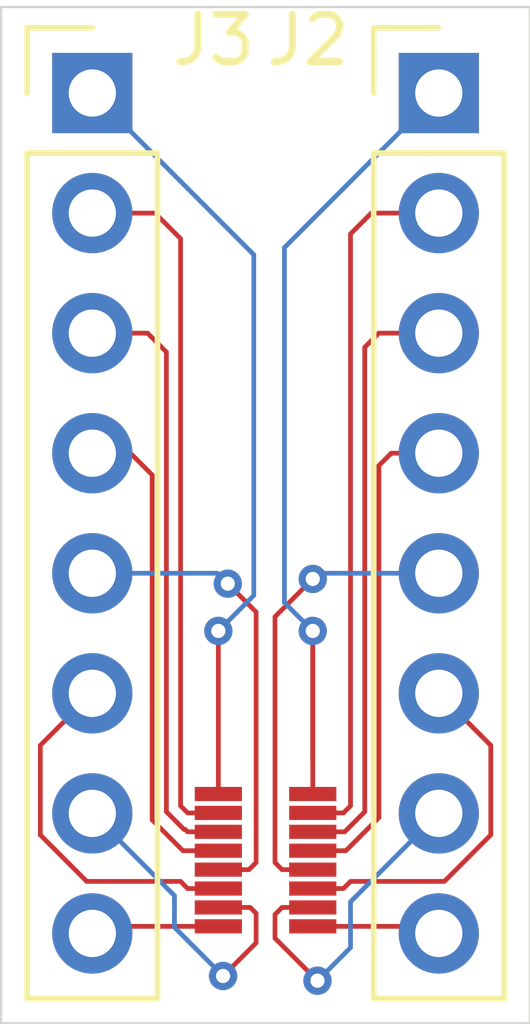
<source format=kicad_pcb>
(kicad_pcb (version 20241229) (generator "pcbnew") (generator_version "9.0")
  (layers (0 "F.Cu" signal) (2 "B.Cu" signal) (13 "F.Paste" user) (15 "B.Paste" user) (5 "F.SilkS" user "F.Silkscreen") (7 "B.SilkS" user "B.Silkscreen") (1 "F.Mask" user) (3 "B.Mask" user) (25 "Edge.Cuts" user))
  (net 0 "")
  (net 1 "Net-(J1-Pin_3)")
  (net 2 "Net-(J1-Pin_12)")
  (net 3 "Net-(J1-Pin_9)")
  (net 4 "Net-(J1-Pin_8)")
  (net 5 "Net-(J1-Pin_7)")
  (net 6 "Net-(J1-Pin_15)")
  (net 7 "Net-(J1-Pin_16)")
  (net 8 "Net-(J1-Pin_6)")
  (net 9 "Net-(J1-Pin_2)")
  (net 10 "Net-(J1-Pin_1)")
  (net 11 "Net-(J1-Pin_5)")
  (net 12 "Net-(J1-Pin_10)")
  (net 13 "Net-(J1-Pin_13)")
  (net 14 "Net-(J1-Pin_11)")
  (net 15 "Net-(J1-Pin_14)")
  (net 16 "Net-(J1-Pin_4)")
  (footprint "Connector_PinHeader_2.54mm:PinHeader_1x08_P2.54mm_Vertical" (layer "F.Cu") (at 142.33 82.42)
    (property "Reference" "J3" (at 2.57 -1.12 0) (layer "F.SilkS"))
    (property "Value" "Conn_01x08" (hide yes))
    (fp_line (start -1.38 -1.38) (end 0 -1.38) (stroke (width 0.12)) (layer "F.SilkS"))
    (fp_line (start -1.38 0) (end -1.38 -1.38) (stroke (width 0.12)) (layer "F.SilkS"))
    (fp_line (start -1.38 1.27) (end -1.38 19.16) (stroke (width 0.12)) (layer "F.SilkS"))
    (fp_line (start -1.38 1.27) (end 1.38 1.27) (stroke (width 0.12)) (layer "F.SilkS"))
    (fp_line (start -1.38 19.16) (end 1.38 19.16) (stroke (width 0.12)) (layer "F.SilkS"))
    (fp_line (start 1.38 1.27) (end 1.38 19.16) (stroke (width 0.12)) (layer "F.SilkS"))
    (pad "1" thru_hole rect (at 0 0) (size 1.7 1.7) (drill 1) (layers "*.Cu" "*.Mask") (net 10 "Net-(J1-Pin_1)"))
    (pad "2" thru_hole circle (at 0 2.54) (size 1.7 1.7) (drill 1) (layers "*.Cu" "*.Mask") (net 9 "Net-(J1-Pin_2)"))
    (pad "3" thru_hole circle (at 0 5.08) (size 1.7 1.7) (drill 1) (layers "*.Cu" "*.Mask") (net 1 "Net-(J1-Pin_3)"))
    (pad "4" thru_hole circle (at 0 7.62) (size 1.7 1.7) (drill 1) (layers "*.Cu" "*.Mask") (net 16 "Net-(J1-Pin_4)"))
    (pad "5" thru_hole circle (at 0 10.16) (size 1.7 1.7) (drill 1) (layers "*.Cu" "*.Mask") (net 11 "Net-(J1-Pin_5)"))
    (pad "6" thru_hole circle (at 0 12.7) (size 1.7 1.7) (drill 1) (layers "*.Cu" "*.Mask") (net 8 "Net-(J1-Pin_6)"))
    (pad "7" thru_hole circle (at 0 15.24) (size 1.7 1.7) (drill 1) (layers "*.Cu" "*.Mask") (net 5 "Net-(J1-Pin_7)"))
    (pad "8" thru_hole circle (at 0 17.78) (size 1.7 1.7) (drill 1) (layers "*.Cu" "*.Mask") (net 4 "Net-(J1-Pin_8)"))
  )
  (footprint "Connector_PinHeader_2.54mm:PinHeader_1x08_P2.54mm_Vertical" (layer "F.Cu") (at 149.67 82.42)
    (property "Reference" "J2" (at -2.77 -1.12 0) (layer "F.SilkS"))
    (property "Value" "Conn_01x08" (hide yes))
    (fp_line (start -1.38 -1.38) (end 0 -1.38) (stroke (width 0.12)) (layer "F.SilkS"))
    (fp_line (start -1.38 0) (end -1.38 -1.38) (stroke (width 0.12)) (layer "F.SilkS"))
    (fp_line (start -1.38 1.27) (end -1.38 19.16) (stroke (width 0.12)) (layer "F.SilkS"))
    (fp_line (start -1.38 1.27) (end 1.38 1.27) (stroke (width 0.12)) (layer "F.SilkS"))
    (fp_line (start -1.38 19.16) (end 1.38 19.16) (stroke (width 0.12)) (layer "F.SilkS"))
    (fp_line (start 1.38 1.27) (end 1.38 19.16) (stroke (width 0.12)) (layer "F.SilkS"))
    (pad "1" thru_hole rect (at 0 0) (size 1.7 1.7) (drill 1) (layers "*.Cu" "*.Mask") (net 3 "Net-(J1-Pin_9)"))
    (pad "2" thru_hole circle (at 0 2.54) (size 1.7 1.7) (drill 1) (layers "*.Cu" "*.Mask") (net 12 "Net-(J1-Pin_10)"))
    (pad "3" thru_hole circle (at 0 5.08) (size 1.7 1.7) (drill 1) (layers "*.Cu" "*.Mask") (net 14 "Net-(J1-Pin_11)"))
    (pad "4" thru_hole circle (at 0 7.62) (size 1.7 1.7) (drill 1) (layers "*.Cu" "*.Mask") (net 2 "Net-(J1-Pin_12)"))
    (pad "5" thru_hole circle (at 0 10.16) (size 1.7 1.7) (drill 1) (layers "*.Cu" "*.Mask") (net 13 "Net-(J1-Pin_13)"))
    (pad "6" thru_hole circle (at 0 12.7) (size 1.7 1.7) (drill 1) (layers "*.Cu" "*.Mask") (net 15 "Net-(J1-Pin_14)"))
    (pad "7" thru_hole circle (at 0 15.24) (size 1.7 1.7) (drill 1) (layers "*.Cu" "*.Mask") (net 6 "Net-(J1-Pin_15)"))
    (pad "8" thru_hole circle (at 0 17.78) (size 1.7 1.7) (drill 1) (layers "*.Cu" "*.Mask") (net 7 "Net-(J1-Pin_16)"))
  )
  (footprint "Bondpads:bondpads" (layer "F.Cu") (at 146 100.65)
    (property "Reference" "J1" (hide yes))
    (property "Value" "Conn_02x08_Top_Bottom" (hide yes))
    (pad "1" smd rect (at -1 -3.4) (size 1 0.3) (layers "F.Cu" "F.Mask" "F.Paste") (net 10 "Net-(J1-Pin_1)"))
    (pad "2" smd rect (at -1 -3) (size 1 0.3) (layers "F.Cu" "F.Mask" "F.Paste") (net 9 "Net-(J1-Pin_2)"))
    (pad "3" smd rect (at -1 -2.6) (size 1 0.3) (layers "F.Cu" "F.Mask" "F.Paste") (net 1 "Net-(J1-Pin_3)"))
    (pad "4" smd rect (at -1 -2.2) (size 1 0.3) (layers "F.Cu" "F.Mask" "F.Paste") (net 16 "Net-(J1-Pin_4)"))
    (pad "5" smd rect (at -1 -1.8) (size 1 0.3) (layers "F.Cu" "F.Mask" "F.Paste") (net 11 "Net-(J1-Pin_5)"))
    (pad "6" smd rect (at -1 -1.4) (size 1 0.3) (layers "F.Cu" "F.Mask" "F.Paste") (net 8 "Net-(J1-Pin_6)"))
    (pad "7" smd rect (at -1 -1) (size 1 0.3) (layers "F.Cu" "F.Mask" "F.Paste") (net 5 "Net-(J1-Pin_7)"))
    (pad "8" smd rect (at -1 -0.6) (size 1 0.3) (layers "F.Cu" "F.Mask" "F.Paste") (net 4 "Net-(J1-Pin_8)"))
    (pad "9" smd rect (at 1 -3.4) (size 1 0.3) (layers "F.Cu" "F.Mask" "F.Paste") (net 3 "Net-(J1-Pin_9)"))
    (pad "10" smd rect (at 1 -3) (size 1 0.3) (layers "F.Cu" "F.Mask" "F.Paste") (net 12 "Net-(J1-Pin_10)"))
    (pad "11" smd rect (at 1 -2.6) (size 1 0.3) (layers "F.Cu" "F.Mask" "F.Paste") (net 14 "Net-(J1-Pin_11)"))
    (pad "12" smd rect (at 1 -2.2) (size 1 0.3) (layers "F.Cu" "F.Mask" "F.Paste") (net 2 "Net-(J1-Pin_12)"))
    (pad "13" smd rect (at 1 -1.8) (size 1 0.3) (layers "F.Cu" "F.Mask" "F.Paste") (net 13 "Net-(J1-Pin_13)"))
    (pad "14" smd rect (at 1 -1.4) (size 1 0.3) (layers "F.Cu" "F.Mask" "F.Paste") (net 15 "Net-(J1-Pin_14)"))
    (pad "15" smd rect (at 1 -1) (size 1 0.3) (layers "F.Cu" "F.Mask" "F.Paste") (net 6 "Net-(J1-Pin_15)"))
    (pad "16" smd rect (at 1 -0.6) (size 1 0.3) (layers "F.Cu" "F.Mask" "F.Paste") (net 7 "Net-(J1-Pin_16)"))
  )
  (gr_rect (start 140.4 80.6) (end 151.6 102.1) (stroke (width 0.05)) (fill no) (layer "Edge.Cuts"))
  (segment (start 143.5 87.5) (end 142.33 87.5) (width 0.1) (layer "F.Cu") (net 1))
  (segment (start 145 98.05) (end 144.35 98.05) (width 0.1) (layer "F.Cu") (net 1))
  (segment (start 143.899 87.899) (end 143.5 87.5) (width 0.1) (layer "F.Cu") (net 1))
  (segment (start 144.3 98) (end 144.274322 98) (width 0.1) (layer "F.Cu") (net 1))
  (segment (start 144.35 98.05) (end 144.3 98) (width 0.1) (layer "F.Cu") (net 1))
  (segment (start 143.899 97.624678) (end 143.899 87.899) (width 0.1) (layer "F.Cu") (net 1))
  (segment (start 144.274322 98) (end 143.899 97.624678) (width 0.1) (layer "F.Cu") (net 1))
  (segment (start 148.402 97.749356) (end 148.402 90.3) (width 0.1) (layer "F.Cu") (net 2))
  (segment (start 148.662 90.04) (end 149.67 90.04) (width 0.1) (layer "F.Cu") (net 2))
  (segment (start 147 98.45) (end 147.701356 98.45) (width 0.1) (layer "F.Cu") (net 2))
  (segment (start 147.701356 98.45) (end 148.402 97.749356) (width 0.1) (layer "F.Cu") (net 2))
  (segment (start 148.402 90.3) (end 148.662 90.04) (width 0.1) (layer "F.Cu") (net 2))
  (segment (start 147 97.25) (end 147 94) (width 0.1) (layer "F.Cu") (net 3))
  (segment (start 147 94) (end 147 96.55) (width 0.1) (layer "F.Cu") (net 3))
  (segment (start 147 96.55) (end 147 93.8) (width 0.1) (layer "F.Cu") (net 3))
  (via (at 147 93.8) (size 0.6) (drill 0.3) (layers "F.Cu" "B.Cu") (net 3))
  (segment (start 146.4 93.2) (end 146.4 85.69) (width 0.1) (layer "B.Cu") (net 3))
  (segment (start 147 93.8) (end 146.4 93.2) (width 0.1) (layer "B.Cu") (net 3))
  (segment (start 146.4 85.69) (end 149.67 82.42) (width 0.1) (layer "B.Cu") (net 3))
  (segment (start 142.48 100.05) (end 142.33 100.2) (width 0.1) (layer "F.Cu") (net 4))
  (segment (start 145 100.05) (end 142.48 100.05) (width 0.1) (layer "F.Cu") (net 4))
  (segment (start 145.8 100.4) (end 145.1 101.1) (width 0.1) (layer "F.Cu") (net 5))
  (segment (start 145.675678 99.65) (end 145.8 99.774322) (width 0.1) (layer "F.Cu") (net 5))
  (segment (start 145.8 99.774322) (end 145.8 100.1) (width 0.1) (layer "F.Cu") (net 5))
  (segment (start 145 99.65) (end 145.675678 99.65) (width 0.1) (layer "F.Cu") (net 5))
  (segment (start 145.8 100.1) (end 145.8 100.4) (width 0.1) (layer "F.Cu") (net 5))
  (via (at 145.1 101.1) (size 0.6) (drill 0.3) (layers "F.Cu" "B.Cu") (net 5))
  (segment (start 144.07 99.4) (end 144.07 100.07) (width 0.1) (layer "B.Cu") (net 5))
  (segment (start 144.07 100.07) (end 145.1 101.1) (width 0.1) (layer "B.Cu") (net 5))
  (segment (start 144.07 99.4) (end 142.33 97.66) (width 0.1) (layer "B.Cu") (net 5))
  (segment (start 146.2 100.3) (end 147.1 101.2) (width 0.1) (layer "F.Cu") (net 6))
  (segment (start 146.35 99.65) (end 146.2 99.8) (width 0.1) (layer "F.Cu") (net 6))
  (segment (start 146.2 99.8) (end 146.2 100.3) (width 0.1) (layer "F.Cu") (net 6))
  (segment (start 147 99.65) (end 146.35 99.65) (width 0.1) (layer "F.Cu") (net 6))
  (via (at 147.1 101.2) (size 0.6) (drill 0.3) (layers "F.Cu" "B.Cu") (net 6))
  (segment (start 147.1 101.2) (end 147.8 100.5) (width 0.1) (layer "B.Cu") (net 6))
  (segment (start 147.8 99.53) (end 149.67 97.66) (width 0.1) (layer "B.Cu") (net 6))
  (segment (start 147.8 100.5) (end 147.8 99.53) (width 0.1) (layer "B.Cu") (net 6))
  (segment (start 149.52 100.05) (end 149.67 100.2) (width 0.1) (layer "F.Cu") (net 7))
  (segment (start 147 100.05) (end 149.52 100.05) (width 0.1) (layer "F.Cu") (net 7))
  (segment (start 141.229 96.221) (end 142.33 95.12) (width 0.1) (layer "F.Cu") (net 8))
  (segment (start 144.199 99.099) (end 142.21195 99.099) (width 0.1) (layer "F.Cu") (net 8))
  (segment (start 144.35 99.25) (end 144.199 99.099) (width 0.1) (layer "F.Cu") (net 8))
  (segment (start 141.229 98.11605) (end 141.229 96.221) (width 0.1) (layer "F.Cu") (net 8))
  (segment (start 145 99.25) (end 144.35 99.25) (width 0.1) (layer "F.Cu") (net 8))
  (segment (start 142.21195 99.099) (end 141.229 98.11605) (width 0.1) (layer "F.Cu") (net 8))
  (segment (start 144.2 85.5) (end 143.66 84.96) (width 0.1) (layer "F.Cu") (net 9))
  (segment (start 144.2 97.5) (end 144.2 85.5) (width 0.1) (layer "F.Cu") (net 9))
  (segment (start 143.66 84.96) (end 142.33 84.96) (width 0.1) (layer "F.Cu") (net 9))
  (segment (start 145 97.65) (end 144.35 97.65) (width 0.1) (layer "F.Cu") (net 9))
  (segment (start 144.35 97.65) (end 144.2 97.5) (width 0.1) (layer "F.Cu") (net 9))
  (segment (start 145 94.1) (end 145 93.8) (width 0.1) (layer "F.Cu") (net 10))
  (segment (start 145 97.25) (end 145 94.1) (width 0.1) (layer "F.Cu") (net 10))
  (via (at 145 93.8) (size 0.6) (drill 0.3) (layers "F.Cu" "B.Cu") (net 10))
  (segment (start 145.751 85.841) (end 142.33 82.42) (width 0.1) (layer "B.Cu") (net 10))
  (segment (start 145 93.8) (end 145.751 93.049) (width 0.1) (layer "B.Cu") (net 10))
  (segment (start 145.751 93.049) (end 145.751 85.841) (width 0.1) (layer "B.Cu") (net 10))
  (segment (start 145.8 93.4) (end 145.8 98.7) (width 0.1) (layer "F.Cu") (net 11))
  (segment (start 145.8 98.7) (end 145.65 98.85) (width 0.1) (layer "F.Cu") (net 11))
  (segment (start 145.65 98.85) (end 145 98.85) (width 0.1) (layer "F.Cu") (net 11))
  (segment (start 145.2 92.8) (end 145.8 93.4) (width 0.1) (layer "F.Cu") (net 11))
  (via (at 145.2 92.8) (size 0.6) (drill 0.3) (layers "F.Cu" "B.Cu") (net 11))
  (segment (start 145.2 92.8) (end 144.98 92.58) (width 0.1) (layer "B.Cu") (net 11))
  (segment (start 144.98 92.58) (end 142.33 92.58) (width 0.1) (layer "B.Cu") (net 11))
  (segment (start 147.8 85.4) (end 148.24 84.96) (width 0.1) (layer "F.Cu") (net 12))
  (segment (start 147 97.65) (end 147.65 97.65) (width 0.1) (layer "F.Cu") (net 12))
  (segment (start 147.8 97.5) (end 147.8 85.4) (width 0.1) (layer "F.Cu") (net 12))
  (segment (start 147.65 97.65) (end 147.8 97.5) (width 0.1) (layer "F.Cu") (net 12))
  (segment (start 148.24 84.96) (end 149.67 84.96) (width 0.1) (layer "F.Cu") (net 12))
  (segment (start 146.2 98.7) (end 146.2 93.5) (width 0.1) (layer "F.Cu") (net 13))
  (segment (start 146.2 93.5) (end 147 92.7) (width 0.1) (layer "F.Cu") (net 13))
  (segment (start 147 98.85) (end 146.35 98.85) (width 0.1) (layer "F.Cu") (net 13))
  (segment (start 146.35 98.85) (end 146.2 98.7) (width 0.1) (layer "F.Cu") (net 13))
  (via (at 147 92.7) (size 0.6) (drill 0.3) (layers "F.Cu" "B.Cu") (net 13))
  (segment (start 147 92.7) (end 147.12 92.58) (width 0.1) (layer "B.Cu") (net 13))
  (segment (start 147.12 92.58) (end 149.67 92.58) (width 0.1) (layer "B.Cu") (net 13))
  (segment (start 148.101 87.799) (end 148.4 87.5) (width 0.1) (layer "F.Cu") (net 14))
  (segment (start 147.675678 98.05) (end 148.101 97.624678) (width 0.1) (layer "F.Cu") (net 14))
  (segment (start 147 98.05) (end 147.675678 98.05) (width 0.1) (layer "F.Cu") (net 14))
  (segment (start 148.4 87.5) (end 149.67 87.5) (width 0.1) (layer "F.Cu") (net 14))
  (segment (start 148.101 97.624678) (end 148.101 87.799) (width 0.1) (layer "F.Cu") (net 14))
  (segment (start 150.771 98.11605) (end 150.771 96.221) (width 0.1) (layer "F.Cu") (net 15))
  (segment (start 147.65 99.25) (end 147.801 99.099) (width 0.1) (layer "F.Cu") (net 15))
  (segment (start 150.771 96.221) (end 149.67 95.12) (width 0.1) (layer "F.Cu") (net 15))
  (segment (start 147 99.25) (end 147.65 99.25) (width 0.1) (layer "F.Cu") (net 15))
  (segment (start 149.78805 99.099) (end 150.771 98.11605) (width 0.1) (layer "F.Cu") (net 15))
  (segment (start 147.801 99.099) (end 149.78805 99.099) (width 0.1) (layer "F.Cu") (net 15))
  (segment (start 143.598 90.5) (end 143.138 90.04) (width 0.1) (layer "F.Cu") (net 16))
  (segment (start 144.25 98.45) (end 143.598 97.798) (width 0.1) (layer "F.Cu") (net 16))
  (segment (start 143.598 97.798) (end 143.598 90.5) (width 0.1) (layer "F.Cu") (net 16))
  (segment (start 145 98.45) (end 144.25 98.45) (width 0.1) (layer "F.Cu") (net 16))
  (segment (start 143.138 90.04) (end 142.33 90.04) (width 0.1) (layer "F.Cu") (net 16))
)
</source>
